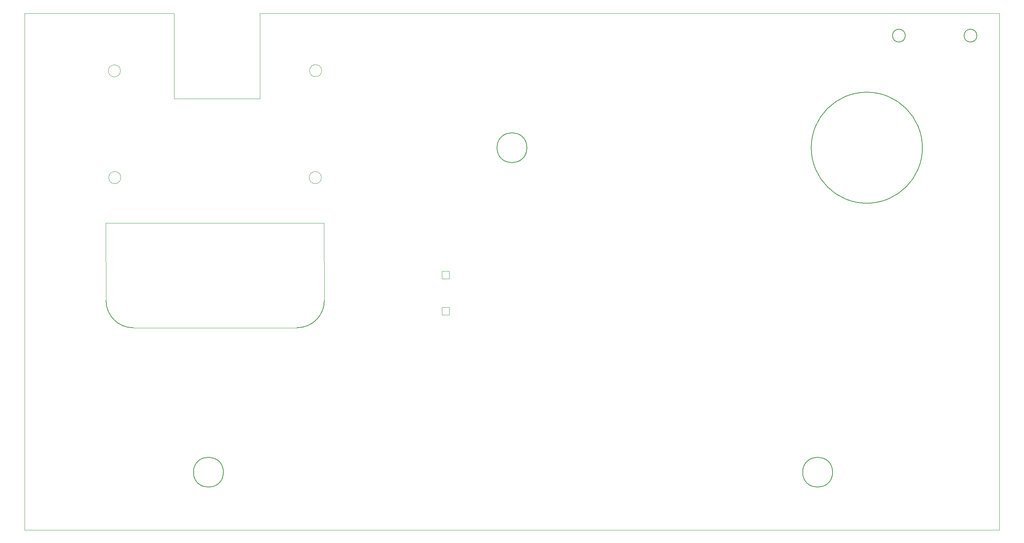
<source format=gbr>
%TF.GenerationSoftware,KiCad,Pcbnew,7.0.10*%
%TF.CreationDate,2024-02-05T13:41:24-05:00*%
%TF.ProjectId,Telstar Alpha,54656c73-7461-4722-9041-6c7068612e6b,0.1*%
%TF.SameCoordinates,Original*%
%TF.FileFunction,Profile,NP*%
%FSLAX46Y46*%
G04 Gerber Fmt 4.6, Leading zero omitted, Abs format (unit mm)*
G04 Created by KiCad (PCBNEW 7.0.10) date 2024-02-05 13:41:24*
%MOMM*%
%LPD*%
G01*
G04 APERTURE LIST*
%TA.AperFunction,Profile*%
%ADD10C,0.200000*%
%TD*%
%TA.AperFunction,Profile*%
%ADD11C,0.100000*%
%TD*%
%TA.AperFunction,Profile*%
%ADD12C,0.010000*%
%TD*%
G04 APERTURE END LIST*
D10*
X83754000Y-93660000D02*
G75*
G03*
X90104000Y-87310000I0J6350000D01*
G01*
X39050000Y-87310000D02*
G75*
G03*
X45400000Y-93660000I6350000J0D01*
G01*
D11*
X89486214Y-33462000D02*
G75*
G03*
X86657786Y-33462000I-1414214J0D01*
G01*
X86657786Y-33462000D02*
G75*
G03*
X89486214Y-33462000I1414214J0D01*
G01*
X42496214Y-58500000D02*
G75*
G03*
X39667786Y-58500000I-1414214J0D01*
G01*
X39667786Y-58500000D02*
G75*
G03*
X42496214Y-58500000I1414214J0D01*
G01*
D10*
X209000000Y-127500000D02*
G75*
G03*
X202000000Y-127500000I-3500000J0D01*
G01*
X202000000Y-127500000D02*
G75*
G03*
X209000000Y-127500000I3500000J0D01*
G01*
D11*
X90104000Y-87310000D02*
X90053200Y-69123600D01*
X20000000Y-20000000D02*
X55000000Y-20000000D01*
X20000000Y-141000000D02*
X20000000Y-20000000D01*
X75000000Y-20000000D02*
X248000000Y-20000000D01*
X90053200Y-69123600D02*
X38999200Y-69123600D01*
D10*
X230000000Y-51500000D02*
G75*
G03*
X204000000Y-51500000I-13000000J0D01*
G01*
X204000000Y-51500000D02*
G75*
G03*
X230000000Y-51500000I13000000J0D01*
G01*
D11*
X45400000Y-93660000D02*
X83754000Y-93660000D01*
X248000000Y-141000000D02*
X20000000Y-141000000D01*
D10*
X226000000Y-25250000D02*
G75*
G03*
X223000000Y-25250000I-1500000J0D01*
G01*
X223000000Y-25250000D02*
G75*
G03*
X226000000Y-25250000I1500000J0D01*
G01*
D11*
X75000000Y-40000000D02*
X75000000Y-20000000D01*
X248000000Y-20000000D02*
X248000000Y-141000000D01*
X42414214Y-33500000D02*
G75*
G03*
X39585786Y-33500000I-1414214J0D01*
G01*
X39585786Y-33500000D02*
G75*
G03*
X42414214Y-33500000I1414214J0D01*
G01*
D10*
X66500000Y-127500000D02*
G75*
G03*
X59500000Y-127500000I-3500000J0D01*
G01*
X59500000Y-127500000D02*
G75*
G03*
X66500000Y-127500000I3500000J0D01*
G01*
X242750000Y-25250000D02*
G75*
G03*
X239750000Y-25250000I-1500000J0D01*
G01*
X239750000Y-25250000D02*
G75*
G03*
X242750000Y-25250000I1500000J0D01*
G01*
X137500000Y-51500000D02*
G75*
G03*
X130500000Y-51500000I-3500000J0D01*
G01*
X130500000Y-51500000D02*
G75*
G03*
X137500000Y-51500000I3500000J0D01*
G01*
D11*
X55000000Y-20000000D02*
X55000000Y-40000000D01*
X55000000Y-40000000D02*
X75000000Y-40000000D01*
X89414214Y-58500000D02*
G75*
G03*
X86585786Y-58500000I-1414214J0D01*
G01*
X86585786Y-58500000D02*
G75*
G03*
X89414214Y-58500000I1414214J0D01*
G01*
X38999200Y-69123600D02*
X39050000Y-87310000D01*
D12*
%TO.C,J5*%
X119350000Y-90694000D02*
X119350000Y-88894000D01*
X119350000Y-88894000D02*
X117650000Y-88894000D01*
X119350000Y-82194000D02*
X119350000Y-80394000D01*
X119350000Y-80394000D02*
X117650000Y-80394000D01*
X117650000Y-90694000D02*
X119350000Y-90694000D01*
X117650000Y-88894000D02*
X117650000Y-90694000D01*
X117650000Y-82194000D02*
X119350000Y-82194000D01*
X117650000Y-80394000D02*
X117650000Y-82194000D01*
%TD*%
M02*

</source>
